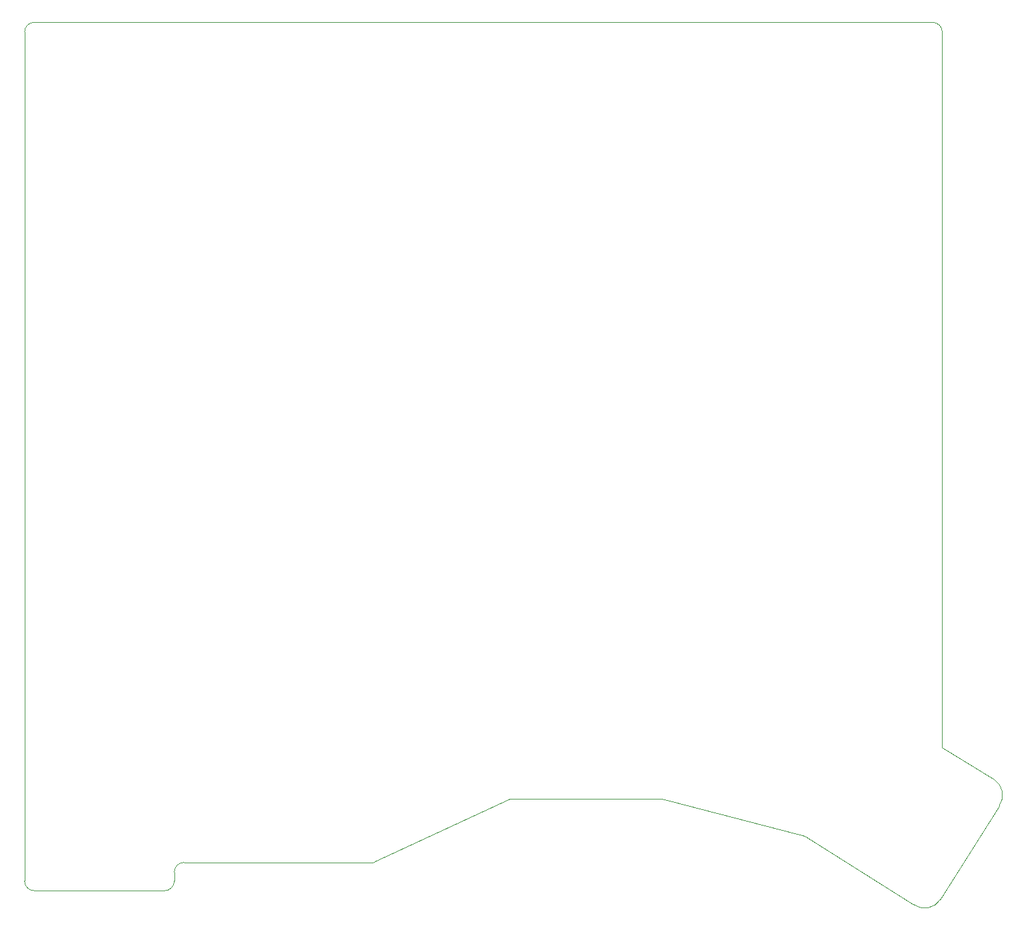
<source format=gm1>
%TF.GenerationSoftware,KiCad,Pcbnew,5.1.10-88a1d61d58~90~ubuntu20.04.1*%
%TF.CreationDate,2021-08-25T16:01:02+02:00*%
%TF.ProjectId,knuckle-pad,6b6e7563-6b6c-4652-9d70-61642e6b6963,rev?*%
%TF.SameCoordinates,Original*%
%TF.FileFunction,Profile,NP*%
%FSLAX46Y46*%
G04 Gerber Fmt 4.6, Leading zero omitted, Abs format (unit mm)*
G04 Created by KiCad (PCBNEW 5.1.10-88a1d61d58~90~ubuntu20.04.1) date 2021-08-25 16:01:02*
%MOMM*%
%LPD*%
G01*
G04 APERTURE LIST*
%TA.AperFunction,Profile*%
%ADD10C,0.050000*%
%TD*%
G04 APERTURE END LIST*
D10*
X81305400Y-35052000D02*
G75*
G02*
X82575400Y-33782000I1270000J0D01*
G01*
X82575400Y-146812000D02*
G75*
G02*
X81305400Y-145542000I0J1270000D01*
G01*
X208070894Y-135758779D02*
G75*
G03*
X207391000Y-132334000I-1949893J1392780D01*
G01*
X196981221Y-148634894D02*
G75*
G03*
X200406000Y-147955000I1392780J1949893D01*
G01*
X200660000Y-35052000D02*
X200660000Y-128143000D01*
X82575400Y-33782000D02*
X199390000Y-33782000D01*
X81305400Y-145542000D02*
X81305400Y-35052000D01*
X199390000Y-33782000D02*
G75*
G02*
X200660000Y-35052000I0J-1270000D01*
G01*
X102044500Y-143129000D02*
X116713000Y-143129000D01*
X100774500Y-145542000D02*
X100774500Y-144399000D01*
X82575400Y-146812000D02*
X99504500Y-146812000D01*
X100774500Y-144399000D02*
G75*
G02*
X102044500Y-143129000I1270000J0D01*
G01*
X100774500Y-145542000D02*
G75*
G02*
X99504500Y-146812000I-1270000J0D01*
G01*
X116713000Y-143129000D02*
X126619000Y-143129000D01*
X207391000Y-132334000D02*
X200660000Y-128143000D01*
X126619000Y-143129000D02*
X126873000Y-143002000D01*
X200406000Y-147955000D02*
X208070894Y-135758779D01*
X182753000Y-139700000D02*
X196981221Y-148634894D01*
X164211000Y-134874000D02*
X182753000Y-139700000D01*
X144399000Y-134874000D02*
X164211000Y-134874000D01*
X126873000Y-143002000D02*
X144399000Y-134874000D01*
M02*

</source>
